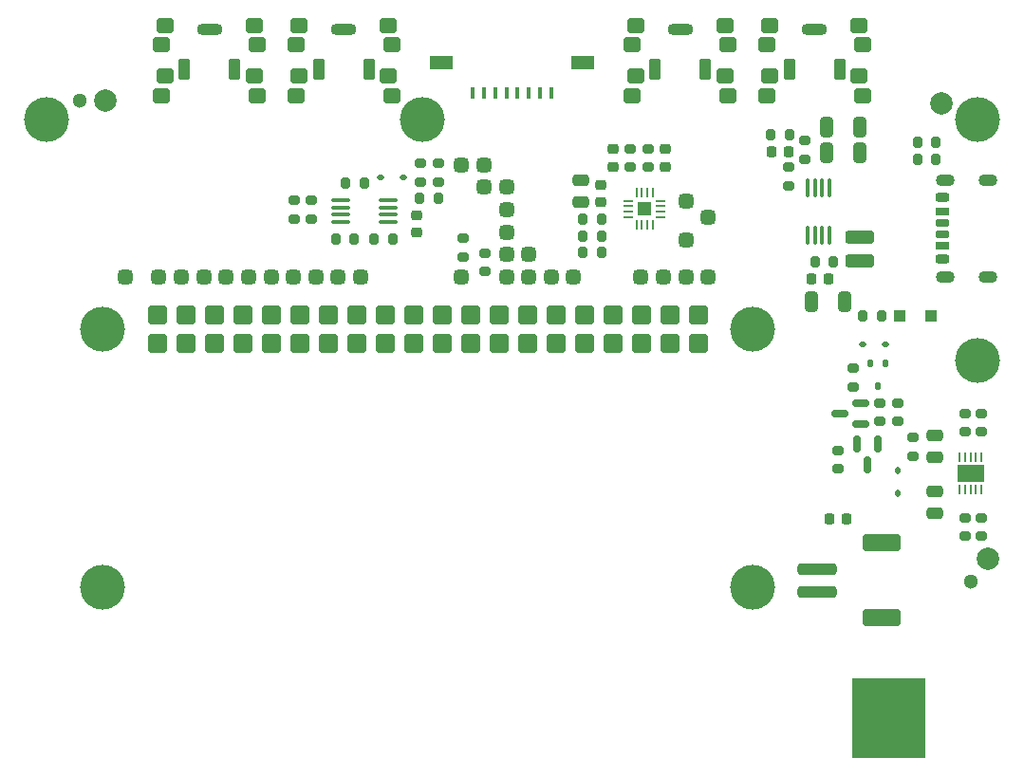
<source format=gbs>
G04 #@! TF.GenerationSoftware,KiCad,Pcbnew,8.0.4*
G04 #@! TF.CreationDate,2025-03-14T20:27:20-07:00*
G04 #@! TF.ProjectId,mintypcb,6d696e74-7970-4636-922e-6b696361645f,2*
G04 #@! TF.SameCoordinates,Original*
G04 #@! TF.FileFunction,Soldermask,Bot*
G04 #@! TF.FilePolarity,Negative*
%FSLAX46Y46*%
G04 Gerber Fmt 4.6, Leading zero omitted, Abs format (unit mm)*
G04 Created by KiCad (PCBNEW 8.0.4) date 2025-03-14 20:27:20*
%MOMM*%
%LPD*%
G01*
G04 APERTURE LIST*
G04 Aperture macros list*
%AMRoundRect*
0 Rectangle with rounded corners*
0 $1 Rounding radius*
0 $2 $3 $4 $5 $6 $7 $8 $9 X,Y pos of 4 corners*
0 Add a 4 corners polygon primitive as box body*
4,1,4,$2,$3,$4,$5,$6,$7,$8,$9,$2,$3,0*
0 Add four circle primitives for the rounded corners*
1,1,$1+$1,$2,$3*
1,1,$1+$1,$4,$5*
1,1,$1+$1,$6,$7*
1,1,$1+$1,$8,$9*
0 Add four rect primitives between the rounded corners*
20,1,$1+$1,$2,$3,$4,$5,0*
20,1,$1+$1,$4,$5,$6,$7,0*
20,1,$1+$1,$6,$7,$8,$9,0*
20,1,$1+$1,$8,$9,$2,$3,0*%
G04 Aperture macros list end*
%ADD10C,0.100000*%
%ADD11RoundRect,0.175000X-0.425000X0.175000X-0.425000X-0.175000X0.425000X-0.175000X0.425000X0.175000X0*%
%ADD12RoundRect,0.190000X0.410000X-0.190000X0.410000X0.190000X-0.410000X0.190000X-0.410000X-0.190000X0*%
%ADD13RoundRect,0.200000X0.400000X-0.200000X0.400000X0.200000X-0.400000X0.200000X-0.400000X-0.200000X0*%
%ADD14RoundRect,0.175000X0.425000X-0.175000X0.425000X0.175000X-0.425000X0.175000X-0.425000X-0.175000X0*%
%ADD15RoundRect,0.190000X-0.410000X0.190000X-0.410000X-0.190000X0.410000X-0.190000X0.410000X0.190000X0*%
%ADD16RoundRect,0.200000X-0.400000X0.200000X-0.400000X-0.200000X0.400000X-0.200000X0.400000X0.200000X0*%
%ADD17O,1.700000X1.100000*%
%ADD18C,4.000000*%
%ADD19RoundRect,0.282493X-0.569507X-0.569507X0.569507X-0.569507X0.569507X0.569507X-0.569507X0.569507X0*%
%ADD20RoundRect,0.200000X0.200000X0.275000X-0.200000X0.275000X-0.200000X-0.275000X0.200000X-0.275000X0*%
%ADD21RoundRect,0.325000X-0.325000X0.325000X-0.325000X-0.325000X0.325000X-0.325000X0.325000X0.325000X0*%
%ADD22RoundRect,0.325000X0.325000X0.325000X-0.325000X0.325000X-0.325000X-0.325000X0.325000X-0.325000X0*%
%ADD23RoundRect,0.112500X-0.187500X-0.112500X0.187500X-0.112500X0.187500X0.112500X-0.187500X0.112500X0*%
%ADD24RoundRect,0.225000X0.225000X0.250000X-0.225000X0.250000X-0.225000X-0.250000X0.225000X-0.250000X0*%
%ADD25RoundRect,0.100000X0.712500X0.100000X-0.712500X0.100000X-0.712500X-0.100000X0.712500X-0.100000X0*%
%ADD26RoundRect,0.200000X-0.200000X-0.275000X0.200000X-0.275000X0.200000X0.275000X-0.200000X0.275000X0*%
%ADD27RoundRect,0.200000X0.275000X-0.200000X0.275000X0.200000X-0.275000X0.200000X-0.275000X-0.200000X0*%
%ADD28RoundRect,0.250000X0.475000X-0.250000X0.475000X0.250000X-0.475000X0.250000X-0.475000X-0.250000X0*%
%ADD29RoundRect,0.200000X-0.275000X0.200000X-0.275000X-0.200000X0.275000X-0.200000X0.275000X0.200000X0*%
%ADD30RoundRect,0.200000X0.550000X0.450000X-0.550000X0.450000X-0.550000X-0.450000X0.550000X-0.450000X0*%
%ADD31O,2.300000X1.100000*%
%ADD32RoundRect,0.260000X-0.515000X-0.390000X0.515000X-0.390000X0.515000X0.390000X-0.515000X0.390000X0*%
%ADD33RoundRect,0.200000X0.300000X0.750000X-0.300000X0.750000X-0.300000X-0.750000X0.300000X-0.750000X0*%
%ADD34RoundRect,0.250000X-0.475000X0.250000X-0.475000X-0.250000X0.475000X-0.250000X0.475000X0.250000X0*%
%ADD35RoundRect,0.225000X-0.250000X0.225000X-0.250000X-0.225000X0.250000X-0.225000X0.250000X0.225000X0*%
%ADD36RoundRect,0.250000X-1.500000X0.250000X-1.500000X-0.250000X1.500000X-0.250000X1.500000X0.250000X0*%
%ADD37RoundRect,0.250001X-1.449999X0.499999X-1.449999X-0.499999X1.449999X-0.499999X1.449999X0.499999X0*%
%ADD38RoundRect,0.250000X0.325000X0.650000X-0.325000X0.650000X-0.325000X-0.650000X0.325000X-0.650000X0*%
%ADD39RoundRect,0.235000X1.040000X-0.352500X1.040000X0.352500X-1.040000X0.352500X-1.040000X-0.352500X0*%
%ADD40C,2.000000*%
%ADD41RoundRect,0.250000X-0.325000X-0.650000X0.325000X-0.650000X0.325000X0.650000X-0.325000X0.650000X0*%
%ADD42RoundRect,0.112500X-0.112500X-0.237500X0.112500X-0.237500X0.112500X0.237500X-0.112500X0.237500X0*%
%ADD43RoundRect,0.100000X0.100000X-0.712500X0.100000X0.712500X-0.100000X0.712500X-0.100000X-0.712500X0*%
%ADD44RoundRect,0.112500X-0.112500X0.187500X-0.112500X-0.187500X0.112500X-0.187500X0.112500X0.187500X0*%
%ADD45RoundRect,0.218750X0.218750X0.256250X-0.218750X0.256250X-0.218750X-0.256250X0.218750X-0.256250X0*%
%ADD46RoundRect,0.062500X-0.062500X0.350000X-0.062500X-0.350000X0.062500X-0.350000X0.062500X0.350000X0*%
%ADD47R,2.350000X1.580000*%
%ADD48RoundRect,0.150000X-0.150000X0.587500X-0.150000X-0.587500X0.150000X-0.587500X0.150000X0.587500X0*%
%ADD49R,0.400000X1.000000*%
%ADD50R,2.000000X1.300000*%
%ADD51C,1.300000*%
%ADD52RoundRect,0.150000X0.587500X0.150000X-0.587500X0.150000X-0.587500X-0.150000X0.587500X-0.150000X0*%
%ADD53RoundRect,0.062500X0.062500X-0.350000X0.062500X0.350000X-0.062500X0.350000X-0.062500X-0.350000X0*%
%ADD54RoundRect,0.062500X0.350000X-0.062500X0.350000X0.062500X-0.350000X0.062500X-0.350000X-0.062500X0*%
%ADD55R,1.230000X1.230000*%
%ADD56RoundRect,0.225000X0.250000X-0.225000X0.250000X0.225000X-0.250000X0.225000X-0.250000X-0.225000X0*%
%ADD57RoundRect,0.250000X-0.300000X-0.300000X0.300000X-0.300000X0.300000X0.300000X-0.300000X0.300000X0*%
G04 APERTURE END LIST*
D10*
X123850000Y-109850000D02*
X130250000Y-109850000D01*
X130250000Y-116850000D01*
X123850000Y-116850000D01*
X123850000Y-109850000D01*
G36*
X123850000Y-109850000D02*
G01*
X130250000Y-109850000D01*
X130250000Y-116850000D01*
X123850000Y-116850000D01*
X123850000Y-109850000D01*
G37*
D11*
X131875001Y-69180000D03*
D12*
X131875000Y-71200000D03*
D13*
X131875000Y-72430000D03*
D14*
X131875001Y-70180000D03*
D15*
X131875000Y-68160000D03*
D16*
X131875000Y-66930000D03*
D17*
X132125000Y-65360000D03*
X135925000Y-65360000D03*
X132125000Y-74000000D03*
X135925000Y-74000000D03*
D18*
X52000000Y-60000000D03*
X85500000Y-60000000D03*
X135000000Y-81500000D03*
X57000000Y-78700000D03*
X57000000Y-101700000D03*
X115000000Y-78700000D03*
X115000000Y-101700000D03*
D19*
X61870000Y-79970000D03*
X61870000Y-77430000D03*
X64410000Y-79970000D03*
X64410000Y-77430000D03*
X66950000Y-79970000D03*
X66950000Y-77430000D03*
X69490000Y-79970000D03*
X69490000Y-77430000D03*
X72030000Y-79970000D03*
X72030000Y-77430000D03*
X74570000Y-79970000D03*
X74570000Y-77430000D03*
X77110000Y-79970000D03*
X77110000Y-77430000D03*
X79650000Y-79970000D03*
X79650000Y-77430000D03*
X82190000Y-79970000D03*
X82190000Y-77430000D03*
X84730000Y-79970000D03*
X84730000Y-77430000D03*
X87270000Y-79970000D03*
X87270000Y-77430000D03*
X89810000Y-79970000D03*
X89810000Y-77430000D03*
X92350000Y-79970000D03*
X92350000Y-77430000D03*
X94890000Y-79970000D03*
X94890000Y-77430000D03*
X97430000Y-79970000D03*
X97430000Y-77430000D03*
X99970000Y-79970000D03*
X99970000Y-77430000D03*
X102510000Y-79970000D03*
X102510000Y-77430000D03*
X105050000Y-79970000D03*
X105050000Y-77430000D03*
X107590000Y-79970000D03*
X107590000Y-77430000D03*
X110130000Y-79970000D03*
X110130000Y-77430000D03*
D18*
X135000000Y-60000000D03*
D20*
X79425000Y-70650001D03*
X77775000Y-70650001D03*
D21*
X109012500Y-67200000D03*
D22*
X68000000Y-74000000D03*
D23*
X81750000Y-65150000D03*
X83850000Y-65150000D03*
D24*
X118200000Y-62800000D03*
X116650000Y-62800000D03*
D25*
X82443750Y-67150001D03*
X82443750Y-67800001D03*
X82443750Y-68450001D03*
X82443750Y-69100001D03*
X78218750Y-69100001D03*
X78218750Y-68450001D03*
X78218750Y-67800001D03*
X78218750Y-67150001D03*
D26*
X99825000Y-70350001D03*
X101475000Y-70350001D03*
D27*
X104012500Y-64225000D03*
X104012500Y-62575000D03*
X135400000Y-97137500D03*
X135400000Y-95487500D03*
X129310000Y-89975000D03*
X129310000Y-88325000D03*
D28*
X131190000Y-95062499D03*
X131190000Y-93162501D03*
D29*
X118150000Y-64225000D03*
X118150000Y-65875000D03*
D30*
X112800000Y-57850000D03*
X112800000Y-53250000D03*
D31*
X108500000Y-51950000D03*
D30*
X104200000Y-57850000D03*
X104200000Y-53250000D03*
D32*
X112475000Y-51600000D03*
D33*
X106250000Y-55500000D03*
D32*
X104525000Y-51600000D03*
X112475000Y-56100000D03*
D33*
X110750000Y-55500000D03*
D32*
X104525000Y-56100000D03*
D34*
X131190000Y-88162500D03*
X131190000Y-90062498D03*
D22*
X89000000Y-64000000D03*
D35*
X107162500Y-62625000D03*
X107162500Y-64175000D03*
D22*
X111000000Y-74000000D03*
D20*
X101475000Y-71850000D03*
X99825000Y-71850000D03*
D30*
X70800000Y-57850000D03*
X70800000Y-53250000D03*
D31*
X66500000Y-51950000D03*
D30*
X62200000Y-57850000D03*
X62200000Y-53250000D03*
D32*
X70475000Y-51600000D03*
D33*
X64250000Y-55500000D03*
D32*
X62525000Y-51600000D03*
X70475000Y-56100000D03*
D33*
X68750000Y-55500000D03*
D32*
X62525000Y-56100000D03*
D26*
X129675000Y-63500000D03*
X131325000Y-63500000D03*
D22*
X78000000Y-74000000D03*
D21*
X109012500Y-70700000D03*
D30*
X82800000Y-57850000D03*
X82800000Y-53250000D03*
D31*
X78500000Y-51950000D03*
D30*
X74200000Y-57850000D03*
X74200000Y-53250000D03*
D32*
X82475000Y-51600000D03*
D33*
X76250000Y-55500000D03*
D32*
X74525000Y-51600000D03*
X82475000Y-56100000D03*
D33*
X80750000Y-55500000D03*
D32*
X74525000Y-56100000D03*
D22*
X70000000Y-74000000D03*
X59000000Y-74000000D03*
D24*
X121775000Y-74150000D03*
X120225000Y-74150000D03*
D22*
X62000000Y-74000000D03*
D27*
X74081250Y-68825001D03*
X74081250Y-67175001D03*
D36*
X120750000Y-100100000D03*
X120750000Y-102100000D03*
D37*
X126500000Y-97750000D03*
X126500000Y-104450000D03*
D22*
X64000000Y-74000000D03*
D27*
X119650001Y-63475001D03*
X119650001Y-61825001D03*
D28*
X99650000Y-67299999D03*
X99650000Y-65400001D03*
D21*
X111012500Y-68700000D03*
D26*
X99825001Y-68850000D03*
X101475001Y-68850000D03*
D22*
X76000000Y-74000000D03*
D27*
X133900000Y-87837500D03*
X133900000Y-86187500D03*
D23*
X124750000Y-80050000D03*
X126850000Y-80050000D03*
D22*
X80000000Y-74000000D03*
D29*
X91050000Y-71875000D03*
X91050000Y-73525000D03*
D38*
X123175001Y-76200000D03*
X120224999Y-76200000D03*
D22*
X109000000Y-74000000D03*
X93000000Y-74000000D03*
X91000000Y-66000000D03*
X72000000Y-74000000D03*
D27*
X135400000Y-87837500D03*
X135400000Y-86187500D03*
D20*
X86925000Y-67000000D03*
X85275000Y-67000000D03*
D29*
X126350000Y-85275000D03*
X126350000Y-86925000D03*
D20*
X122175000Y-72650000D03*
X120525000Y-72650000D03*
D39*
X124500000Y-72537500D03*
X124500000Y-70462500D03*
D22*
X95000000Y-72000000D03*
D40*
X57200000Y-58300000D03*
D41*
X121575000Y-60600000D03*
X124525002Y-60600000D03*
D26*
X124825000Y-77450000D03*
X126475000Y-77450000D03*
D22*
X99000000Y-74000000D03*
X91000000Y-64000000D03*
D27*
X133900000Y-97137500D03*
X133900000Y-95487500D03*
X85300000Y-65525000D03*
X85300000Y-63875000D03*
D42*
X125500000Y-81750000D03*
X126800000Y-81750000D03*
X126150000Y-83750000D03*
D22*
X93000000Y-70000000D03*
D43*
X121825000Y-70262500D03*
X121175000Y-70262500D03*
X120525000Y-70262500D03*
X119875000Y-70262500D03*
X119875000Y-66037500D03*
X120525000Y-66037500D03*
X121175000Y-66037500D03*
X121825000Y-66037500D03*
D29*
X86900000Y-63875000D03*
X86900000Y-65525000D03*
D26*
X129675000Y-62000000D03*
X131325000Y-62000000D03*
D44*
X127900000Y-91250000D03*
X127900000Y-93350000D03*
D22*
X105000000Y-74000000D03*
D45*
X123375000Y-95600000D03*
X121800000Y-95600000D03*
D22*
X66000000Y-74000000D03*
D20*
X118250001Y-61300000D03*
X116600001Y-61300000D03*
D35*
X102512500Y-62625000D03*
X102512500Y-64175000D03*
D22*
X97000000Y-74000000D03*
D46*
X133400000Y-90125000D03*
X133900001Y-90125000D03*
X134400000Y-90125000D03*
X134899999Y-90125000D03*
X135400000Y-90125000D03*
X135400000Y-93000000D03*
X134899999Y-93000000D03*
X134400000Y-93000000D03*
X133900001Y-93000000D03*
X133400000Y-93000000D03*
D47*
X134400000Y-91562500D03*
D48*
X124250000Y-88912500D03*
X126150000Y-88912500D03*
X125200000Y-90787501D03*
D22*
X93000000Y-68000000D03*
X93000000Y-72000000D03*
D49*
X90000000Y-57600000D03*
X91000000Y-57600000D03*
X92000000Y-57600000D03*
X93000000Y-57600000D03*
X94000000Y-57600000D03*
X95000000Y-57600000D03*
X96000000Y-57600000D03*
X97000000Y-57600000D03*
D50*
X87200000Y-54900000D03*
X99800000Y-54900000D03*
D51*
X54900000Y-58300000D03*
D26*
X81225000Y-70650000D03*
X82875000Y-70650000D03*
D22*
X107000000Y-74000000D03*
X93000000Y-66000000D03*
D27*
X75581250Y-68825001D03*
X75581250Y-67175001D03*
D52*
X124637500Y-85250000D03*
X124637500Y-87150000D03*
X122762499Y-86200000D03*
D30*
X124800000Y-57850000D03*
X124800000Y-53250000D03*
D31*
X120500000Y-51950000D03*
D30*
X116200000Y-57850000D03*
X116200000Y-53250000D03*
D32*
X124475000Y-51600000D03*
D33*
X118250000Y-55500000D03*
D32*
X116525000Y-51600000D03*
X124475000Y-56100000D03*
D33*
X122750000Y-55500000D03*
D32*
X116525000Y-56100000D03*
D51*
X134400000Y-101200000D03*
D27*
X127900000Y-86925000D03*
X127900000Y-85275000D03*
D53*
X106100000Y-69387499D03*
X105600000Y-69387499D03*
X105100000Y-69387499D03*
X104600000Y-69387499D03*
D54*
X103912500Y-68699999D03*
X103912500Y-68199999D03*
X103912500Y-67699999D03*
X103912500Y-67199999D03*
D53*
X104600000Y-66512499D03*
X105100000Y-66512499D03*
X105600000Y-66512499D03*
X106100000Y-66512499D03*
D54*
X106787500Y-67199999D03*
X106787500Y-67699999D03*
X106787500Y-68199999D03*
X106787500Y-68699999D03*
D55*
X105350000Y-67949999D03*
D29*
X123925000Y-82175000D03*
X123925000Y-83825000D03*
X89150000Y-70575000D03*
X89150000Y-72225000D03*
D22*
X89000000Y-74000000D03*
D35*
X85000000Y-68525000D03*
X85000000Y-70075000D03*
D22*
X74000000Y-74000000D03*
D56*
X101450000Y-67324999D03*
X101450000Y-65774999D03*
D27*
X122550000Y-91125000D03*
X122550000Y-89475000D03*
D22*
X95000000Y-74000000D03*
D41*
X121574999Y-62950001D03*
X124525001Y-62950001D03*
D27*
X105662500Y-64225000D03*
X105662500Y-62575000D03*
D40*
X136000000Y-99200000D03*
X131800000Y-58500000D03*
D57*
X128100000Y-77450000D03*
X130900000Y-77450000D03*
D20*
X80325000Y-65600000D03*
X78675000Y-65600000D03*
M02*

</source>
